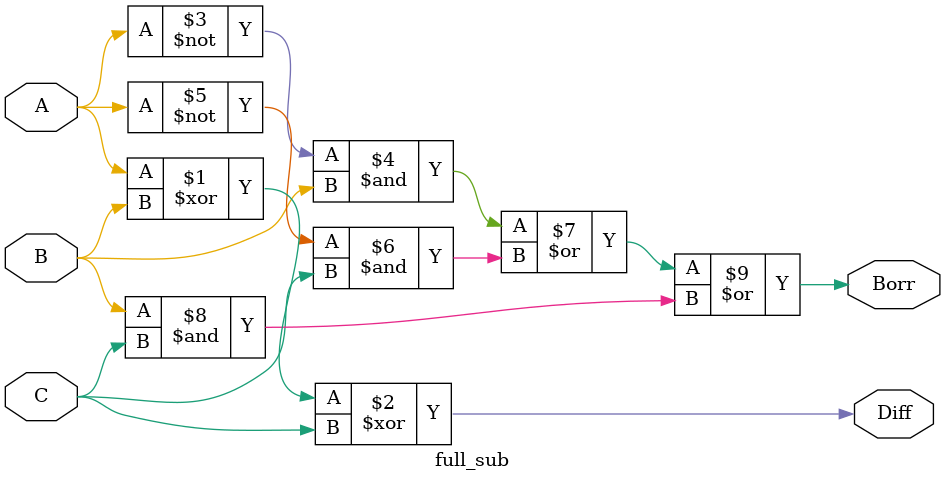
<source format=v>
module full_sub (
    input A,
    input B,
    input C,
    output Diff,
    output Borr
);

    // Difference (Diff) is the XOR of all inputs
    assign Diff = A ^ B ^ C;

    // Borrow (Borr) is calculated based on the logic equation
    assign Borr = (~A & B) | (~A & C) | (B & C);

endmodule
</source>
